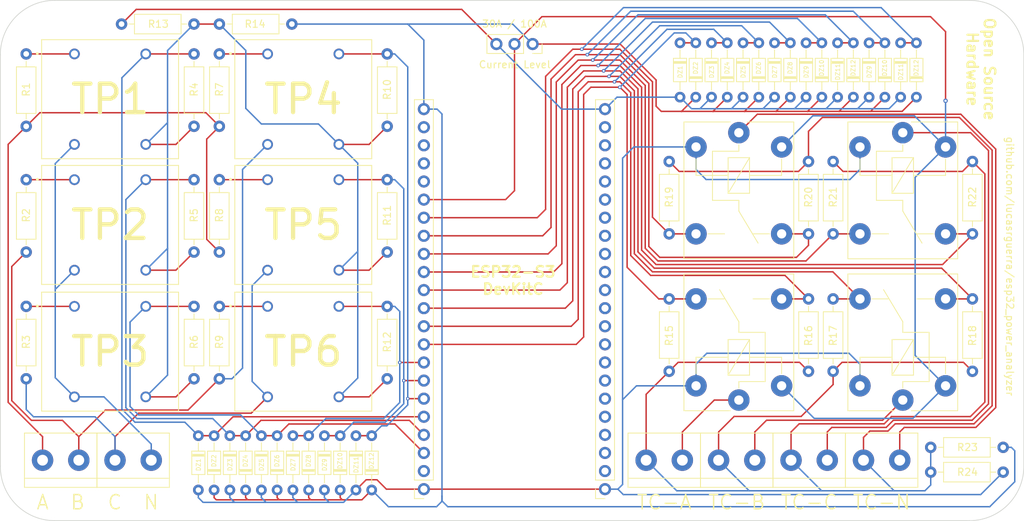
<source format=kicad_pcb>
(kicad_pcb (version 20221018) (generator pcbnew)
  (layers (0 "F.Cu" signal) (31 "B.Cu" signal) (34 "B.Paste" user) (35 "F.Paste" user) (36 "B.SilkS" user "B.Silkscreen") (37 "F.SilkS" user "F.Silkscreen") (38 "B.Mask" user) (39 "F.Mask" user) (44 "Edge.Cuts" user))
  (net 0 "")
  (net 1 "Line_AC_Wave")
  (net 2 "GND")
  (net 3 "VCC")
  (net 4 "Line_BC_Wave")
  (net 5 "Line_AB_Wave")
  (net 6 "Line_C_Wave")
  (net 7 "Line_B_Wave")
  (net 8 "Line_A_Wave")
  (net 9 "Current_A_30A")
  (net 10 "Current_A_100A")
  (net 11 "Current_B_30A")
  (net 12 "Current_B_100A")
  (net 13 "Current_N_300A")
  (net 14 "Current_N_90A")
  (net 15 "Current_C_30A")
  (net 16 "Current_C_100A")
  (net 17 "Line_B")
  (net 18 "Line_A")
  (net 19 "Neutral")
  (net 20 "Line_C")
  (net 21 "Current_A")
  (net 22 "V_Ref_Current")
  (net 23 "Current_B")
  (net 24 "Current_C")
  (net 25 "Current_N")
  (net 26 "Select_Current")
  (net 27 "Line_A_Load")
  (net 28 "Line_B_Load")
  (net 29 "Line_C_Load")
  (net 30 "Line_AB_Load")
  (net 31 "Line_BC_Load")
  (net 32 "Line_AC_Load")
  (net 33 "V_Ref_Voltage")
  (footprint "Resistor_THT:R_Axial_DIN0207_L6.3mm_D2.5mm_P10.16mm_Horizontal" (layer "F.Cu") (at 138.232 81.272 -90)
    (fp_text reference "R15")
    (fp_text value "R_Axial_DIN0207_L6.3mm_D2.5mm_P10.16mm_Horizontal" hide)
  )
  (footprint "Diode_THT:D_DO-34_SOD68_P7.62mm_Horizontal" (layer "F.Cu") (at 85.471001 100.472401 -90)
    (fp_text reference "DZ7")
    (fp_text value "3.3v" hide)
  )
  (footprint "Diode_THT:D_DO-34_SOD68_P7.62mm_Horizontal" (layer "F.Cu") (at 148.59 45.334 -90)
    (fp_text reference "DZ5")
    (fp_text value "3.3v" hide)
  )
  (footprint "Diode_THT:D_DO-34_SOD68_P7.62mm_Horizontal" (layer "F.Cu") (at 81.051401 100.472401 -90)
    (fp_text reference "DZ5")
    (fp_text value "3.3v" hide)
  )
  (footprint "Resistor_THT:R_Axial_DIN0207_L6.3mm_D2.5mm_P10.16mm_Horizontal" (layer "F.Cu") (at 174.9044 102.108)
    (fp_text reference "R23")
    (fp_text value "R_Axial_DIN0207_L6.3mm_D2.5mm_P10.16mm_Horizontal" hide)
  )
  (footprint "Diode_THT:D_DO-34_SOD68_P7.62mm_Horizontal" (layer "F.Cu") (at 72.212201 100.472401 -90)
    (fp_text reference "DZ1")
    (fp_text value "3.3v" hide)
  )
  (footprint "TerminalBlock:TerminalBlock_bornier-2_P5.08mm" (layer "F.Cu") (at 50.3682 103.9114)
    (fp_text reference "ST1" hide)
    (fp_text value "WJ127-5.0-2P" hide)
  )
  (footprint "Resistor_THT:R_Axial_DIN0207_L6.3mm_D2.5mm_P10.16mm_Horizontal" (layer "F.Cu") (at 161.219 72.144 90)
    (fp_text reference "R21")
    (fp_text value "R_Axial_DIN0207_L6.3mm_D2.5mm_P10.16mm_Horizontal" hide)
  )
  (footprint "Resistor_THT:R_Axial_DIN0207_L6.3mm_D2.5mm_P10.16mm_Horizontal" (layer "F.Cu") (at 161.219 81.272 -90)
    (fp_text reference "R17")
    (fp_text value "R_Axial_DIN0207_L6.3mm_D2.5mm_P10.16mm_Horizontal" hide)
  )
  (footprint "Diode_THT:D_DO-34_SOD68_P7.62mm_Horizontal" (layer "F.Cu") (at 157.4292 45.334 -90)
    (fp_text reference "DZ9")
    (fp_text value "3.3v" hide)
  )
  (footprint "Diode_THT:D_DO-34_SOD68_P7.62mm_Horizontal" (layer "F.Cu") (at 150.7998 52.954 90)
    (fp_text reference "DZ6")
    (fp_text value "3.3v" hide)
  )
  (footprint "SnapEDA Library:XFMR_ZMPT101B" (layer "F.Cu") (at 86.923401 53.238401)
    (fp_text reference "TP4")
    (fp_text value "ZMPT101B" hide)
  )
  (footprint "Diode_THT:D_DO-34_SOD68_P7.62mm_Horizontal" (layer "F.Cu") (at 92.100401 108.092401 90)
    (fp_text reference "DZ10")
    (fp_text value "3.3v" hide)
  )
  (footprint "Diode_THT:D_DO-34_SOD68_P7.62mm_Horizontal" (layer "F.Cu") (at 146.3802 52.954 90)
    (fp_text reference "DZ4")
    (fp_text value "3.3v" hide)
  )
  (footprint "Relay_THT:Relay_SPDT_Finder_36.11" (layer "F.Cu") (at 148.0002 95.472 90)
    (fp_text reference "K1" hide)
    (fp_text value "FINDER-36.11" hide)
  )
  (footprint "TerminalBlock:TerminalBlock_bornier-2_P5.08mm" (layer "F.Cu") (at 155.321 103.9114)
    (fp_text reference "ST1" hide)
    (fp_text value "WJ127-5.0-2P" hide)
  )
  (footprint "Diode_THT:D_DO-34_SOD68_P7.62mm_Horizontal" (layer "F.Cu") (at 78.841601 108.092401 90)
    (fp_text reference "DZ4")
    (fp_text value "3.3v" hide)
  )
  (footprint "Resistor_THT:R_Axial_DIN0207_L6.3mm_D2.5mm_P10.16mm_Horizontal" (layer "F.Cu") (at 180.7554 81.272 -90)
    (fp_text reference "R18")
    (fp_text value "R_Axial_DIN0207_L6.3mm_D2.5mm_P10.16mm_Horizontal" hide)
  )
  (footprint "Resistor_THT:R_Axial_DIN0207_L6.3mm_D2.5mm_P10.16mm_Horizontal" (layer "F.Cu") (at 157.7684 81.272 -90)
    (fp_text reference "R16")
    (fp_text value "R_Axial_DIN0207_L6.3mm_D2.5mm_P10.16mm_Horizontal" hide)
  )
  (footprint "SnapEDA Library:XFMR_ZMPT101B" (layer "F.Cu") (at 86.923401 88.671401)
    (fp_text reference "TP6")
    (fp_text value "ZMPT101B" hide)
  )
  (footprint "Diode_THT:D_DO-34_SOD68_P7.62mm_Horizontal" (layer "F.Cu") (at 166.2684 45.334 -90)
    (fp_text reference "DZ9")
    (fp_text value "3.3v" hide)
  )
  (footprint "Resistor_THT:R_Axial_DIN0207_L6.3mm_D2.5mm_P10.16mm_Horizontal" (layer "F.Cu") (at 75.158601 57.048401 90)
    (fp_text reference "R7")
    (fp_text value "R_Axial_DIN0207_L6.3mm_D2.5mm_P10.16mm_Horizontal" hide)
  )
  (footprint "Resistor_THT:R_Axial_DIN0207_L6.3mm_D2.5mm_P10.16mm_Horizontal" (layer "F.Cu") (at 71.607201 92.481401 90)
    (fp_text reference "R6")
    (fp_text value "R_Axial_DIN0207_L6.3mm_D2.5mm_P10.16mm_Horizontal" hide)
  )
  (footprint "Diode_THT:D_DO-34_SOD68_P7.62mm_Horizontal" (layer "F.Cu") (at 74.422001 108.092401 90)
    (fp_text reference "DZ2")
    (fp_text value "3.3v" hide)
  )
  (footprint "Diode_THT:D_DO-34_SOD68_P7.62mm_Horizontal" (layer "F.Cu") (at 155.2194 52.954 90)
    (fp_text reference "DZ8")
    (fp_text value "3.3v" hide)
  )
  (footprint "Resistor_THT:R_Axial_DIN0207_L6.3mm_D2.5mm_P10.16mm_Horizontal" (layer "F.Cu") (at 157.7684 72.144 90)
    (fp_text reference "R20")
    (fp_text value "R_Axial_DIN0207_L6.3mm_D2.5mm_P10.16mm_Horizontal" hide)
  )
  (footprint "Diode_THT:D_DO-34_SOD68_P7.62mm_Horizontal" (layer "F.Cu") (at 170.688 45.334 -90)
    (fp_text reference "DZ11")
    (fp_text value "3.3v" hide)
  )
  (footprint "Resistor_THT:R_Axial_DIN0207_L6.3mm_D2.5mm_P10.16mm_Horizontal" (layer "F.Cu") (at 180.7554 72.144 90)
    (fp_text reference "R22")
    (fp_text value "R_Axial_DIN0207_L6.3mm_D2.5mm_P10.16mm_Horizontal" hide)
  )
  (footprint "Diode_THT:D_DO-34_SOD68_P7.62mm_Horizontal" (layer "F.Cu") (at 87.680801 108.092401 90)
    (fp_text reference "DZ8")
    (fp_text value "3.3v" hide)
  )
  (footprint "Resistor_THT:R_Axial_DIN0207_L6.3mm_D2.5mm_P10.16mm_Horizontal" (layer "F.Cu") (at 98.691601 57.048401 90)
    (fp_text reference "R10")
    (fp_text value "R_Axial_DIN0207_L6.3mm_D2.5mm_P10.16mm_Horizontal" hide)
  )
  (footprint "Diode_THT:D_DO-34_SOD68_P7.62mm_Horizontal" (layer "F.Cu") (at 141.9606 52.954 90)
    (fp_text reference "DZ2")
    (fp_text value "3.3v" hide)
  )
  (footprint "TerminalBlock:TerminalBlock_bornier-2_P5.08mm" (layer "F.Cu") (at 165.481 103.9114)
    (fp_text reference "ST1" hide)
    (fp_text value "WJ127-5.0-2P" hide)
  )
  (footprint "Resistor_THT:R_Axial_DIN0207_L6.3mm_D2.5mm_P10.16mm_Horizontal" (layer "F.Cu") (at 48.074201 74.701401 90)
    (fp_text reference "R2")
    (fp_text value "R_Axial_DIN0207_L6.3mm_D2.5mm_P10.16mm_Horizontal" hide)
  )
  (footprint "Connector_PinSocket_2.54mm:PinSocket_1x22_P2.54mm_Vertical" (layer "F.Cu") (at 129.235201 107.975401 180)
    (fp_text reference "ESP32-S3_BACK1" hide)
    (fp_text value "Conn_01x22_Socket" hide)
  )
  (footprint "Diode_THT:D_DO-34_SOD68_P7.62mm_Horizontal" (layer "F.Cu") (at 172.8978 52.954 90)
    (fp_text reference "DZ12")
    (fp_text value "3.3v" hide)
  )
  (footprint "Resistor_THT:R_Axial_DIN0207_L6.3mm_D2.5mm_P10.16mm_Horizontal" (layer "F.Cu") (at 85.324201 42.697401 180)
    (fp_text reference "R14")
    (fp_text value "R_Axial_DIN0207_L6.3mm_D2.5mm_P10.16mm_Horizontal" hide)
  )
  (footprint "Resistor_THT:R_Axial_DIN0207_L6.3mm_D2.5mm_P10.16mm_Horizontal" (layer "F.Cu") (at 138.232 72.144 90)
    (fp_text reference "R19")
    (fp_text value "R_Axial_DIN0207_L6.3mm_D2.5mm_P10.16mm_Horizontal" hide)
  )
  (footprint "Diode_THT:D_DO-34_SOD68_P7.62mm_Horizontal" (layer "F.Cu") (at 139.7508 45.334 -90)
    (fp_text reference "DZ1")
    (fp_text value "3.3v" hide)
  )
  (footprint "SnapEDA Library:XFMR_ZMPT101B" (layer "F.Cu") (at 59.839001 70.891401)
    (fp_text reference "TP2")
    (fp_text value "ZMPT101B" hide)
  )
  (footprint "TerminalBlock:TerminalBlock_bornier-2_P5.08mm" (layer "F.Cu") (at 135.001 103.9114)
    (fp_text reference "ST1" hide)
    (fp_text value "WJ127-5.0-2P" hide)
  )
  (footprint "Relay_THT:Relay_SPDT_Finder_36.11" (layer "F.Cu") (at 170.9872 95.472 90)
    (fp_text reference "K1" hide)
    (fp_text value "FINDER-36.11" hide)
  )
  (footprint "Resistor_THT:R_Axial_DIN0207_L6.3mm_D2.5mm_P10.16mm_Horizontal" (layer "F.Cu") (at 75.158601 92.481401 90)
    (fp_text reference "R9")
    (fp_text value "R_Axial_DIN0207_L6.3mm_D2.5mm_P10.16mm_Horizontal" hide)
  )
  (footprint "Resistor_THT:R_Axial_DIN0207_L6.3mm_D2.5mm_P10.16mm_Horizontal" (layer "F.Cu") (at 174.9044 105.5878)
    (fp_text reference "R24")
    (fp_text value "R_Axial_DIN0207_L6.3mm_D2.5mm_P10.16mm_Horizontal" hide)
  )
  (footprint "Resistor_THT:R_Axial_DIN0207_L6.3mm_D2.5mm_P10.16mm_Horizontal" (layer "F.Cu") (at 75.158601 74.701401 90)
    (fp_text reference "R8")
    (fp_text value "R_Axial_DIN0207_L6.3mm_D2.5mm_P10.16mm_Horizontal" hide)
  )
  (footprint "Resistor_THT:R_Axial_DIN0207_L6.3mm_D2.5mm_P10.16mm_Horizontal" (layer "F.Cu") (at 98.691601 92.481401 90)
    (fp_text reference "R12")
    (fp_text value "R_Axial_DIN0207_L6.3mm_D2.5mm_P10.16mm_Horizontal" hide)
  )
  (footprint "Diode_THT:D_DO-34_SOD68_P7.62mm_Horizontal" (layer "F.Cu") (at 168.4782 52.954 90)
    (fp_text reference "DZ10")
    (fp_text value "3.3v" hide)
  )
  (footprint "Diode_THT:D_DO-34_SOD68_P7.62mm_Horizontal" (layer "F.Cu") (at 94.310201 100.472401 -90)
    (fp_text reference "DZ11")
    (fp_text value "3.3v" hide)
  )
  (footprint "Diode_THT:D_DO-34_SOD68_P7.62mm_Horizontal" (layer "F.Cu") (at 164.0586 52.954 90)
    (fp_text reference "DZ12")
    (fp_text value "3.3v" hide)
  )
  (footprint "Resistor_THT:R_Axial_DIN0207_L6.3mm_D2.5mm_P10.16mm_Horizontal" (layer "F.Cu") (at 61.443201 42.697401)
    (fp_text reference "R13")
    (fp_text value "R_Axial_DIN0207_L6.3mm_D2.5mm_P10.16mm_Horizontal" hide)
  )
  (footprint "Resistor_THT:R_Axial_DIN0207_L6.3mm_D2.5mm_P10.16mm_Horizontal" (layer "F.Cu") (at 98.691601 74.701401 90)
    (fp_text reference "R11")
    (fp_text value "R_Axial_DIN0207_L6.3mm_D2.5mm_P10.16mm_Horizontal" hide)
  )
  (footprint "Diode_THT:D_DO-34_SOD68_P7.62mm_Horizontal" (layer "F.Cu") (at 144.1704 45.334 -90)
    (fp_text reference "DZ3")
    (fp_text value "3.3v" hide)
  )
  (footprint "Diode_THT:D_DO-34_SOD68_P7.62mm_Horizontal" (layer "F.Cu") (at 153.0096 45.334 -90)
    (fp_text reference "DZ7")
    (fp_text value "3.3v" hide)
  )
  (footprint "Diode_THT:D_DO-34_SOD68_P7.62mm_Horizontal" (layer "F.Cu") (at 83.261201 108.092401 90)
    (fp_text reference "DZ6")
    (fp_text value "3.3v" hide)
  )
  (footprint "Diode_THT:D_DO-34_SOD68_P7.62mm_Horizontal" (layer "F.Cu") (at 161.8488 45.334 -90)
    (fp_text reference "DZ11")
    (fp_text value "3.3v" hide)
  )
  (footprint "Diode_THT:D_DO-34_SOD68_P7.62mm_Horizontal" (layer "F.Cu") (at 159.639 52.954 90)
    (fp_text reference "DZ10")
    (fp_text value "3.3v" hide)
  )
  (footprint "Relay_THT:Relay_SPDT_Finder_36.11" (layer "F.Cu") (at 170.9872 57.944 -90)
    (fp_text reference "K1" hide)
    (fp_text value "FINDER-36.11" hide)
  )
  (footprint "Diode_THT:D_DO-34_SOD68_P7.62mm_Horizontal" (layer "F.Cu") (at 76.631801 100.472401 -90)
    (fp_text reference "DZ3")
    (fp_text value "3.3v" hide)
  )
  (footprint "TerminalBlock:TerminalBlock_bornier-2_P5.08mm" (layer "F.Cu") (at 60.5282 103.9114)
    (fp_text reference "ST2" hide)
    (fp_text value "WJ127-5.0-2P" hide)
  )
  (footprint "Resistor_THT:R_Axial_DIN0207_L6.3mm_D2.5mm_P10.16mm_Horizontal" (layer "F.Cu") (at 48.074201 92.481401 90)
    (fp_text reference "R3")
    (fp_text value "R_Axial_DIN0207_L6.3mm_D2.5mm_P10.16mm_Horizontal" hide)
  )
  (footprint "TerminalBlock:TerminalBlock_bornier-2_P5.08mm" (layer "F.Cu") (at 145.161 103.9114)
    (fp_text reference "ST1" hide)
    (fp_text value "WJ127-5.0-2P" hide)
  )
  (footprint "Diode_THT:D_DO-34_SOD68_P7.62mm_Horizontal" (layer "F.Cu") (at 89.890601 100.472401 -90)
    (fp_text reference "DZ9")
    (fp_text value "3.3v" hide)
  )
  (footprint "Connector_PinSocket_2.54mm:PinSocket_1x03_P2.54mm_Vertical" (layer "F.Cu") (at 119.085 45.5 -90)
    (fp_text reference "SW1" hide)
    (fp_text value "TerminalBlock_bornier-2_P5.08mm" hide)
  )
  (footprint "Relay_THT:Relay_SPDT_Finder_36.11" (layer "F.Cu") (at 148.0002 57.944 -90)
    (fp_text reference "K1" hide)
    (fp_text value "FINDER-36.11" hide)
  )
  (footprint "Resistor_THT:R_Axial_DIN0207_L6.3mm_D2.5mm_P10.16mm_Horizontal" (layer "F.Cu") (at 48.074201 57.051401 90)
    (fp_text reference "R1")
    (fp_text value "R_Axial_DIN0207_L6.3mm_D2.5mm_P10.16mm_Horizontal" hide)
  )
  (footprint "Resistor_THT:R_Axial_DIN0207_L6.3mm_D2.5mm_P10.16mm_Horizontal" (layer "F.Cu") (at 71.607201 74.701401 90)
    (fp_text reference "R5")
    (fp_text value "R_Axial_DIN0207_L6.3mm_D2.5mm_P10.16mm_Horizontal" hide)
  )
  (footprint "Resistor_THT:R_Axial_DIN0207_L6.3mm_D2.5mm_P10.16mm_Horizontal" (layer "F.Cu") (at 71.607201 57.048401 90)
    (fp_text reference "R4")
    (fp_text value "R_Axial_DIN0207_L6.3mm_D2.5mm_P10.16mm_Horizontal" hide)
  )
  (footprint "SnapEDA Library:XFMR_ZMPT101B" (layer "F.Cu") (at 59.839001 88.671401)
    (fp_text reference "TP3")
    (fp_text value "ZMPT101B" hide)
  )
  (footprint "SnapEDA Library:XFMR_ZMPT101B" (layer "F.Cu") (at 86.923401 70.891401)
    (fp_text reference "TP5")
    (fp_text value "ZMPT101B" hide)
  )
  (footprint "Connector_PinSocket_2.54mm:PinSocket_1x22_P2.54mm_Vertical" (layer "F.Cu") (at 103.835201 107.975401 180)
    (fp_text reference "ESP32-S3_FRONT1" hide)
    (fp_text value "Conn_01x22_Socket" hide)
  )
  (footprint "SnapEDA Library:XFMR_ZMPT101B" (layer "F.Cu") (at 59.839001 53.238401)
    (fp_text reference "TP1")
    (fp_text value "ZMPT101B" hide)
  )
  (footprint "Diode_THT:D_DO-34_SOD68_P7.62mm_Horizontal" (layer "F.Cu") (at 96.520001 108.092401 90)
    (fp_text reference "DZ12")
    (fp_text value "3.3v" hide)
  )
  (gr_arc (start 187.959999 104.774999) (mid 185.728153 110.163153) (end 180.339999 112.394999) (stroke (width 0.1)) (layer "Edge.Cuts"))
  (gr_arc (start 180.34 39.370002) (mid 185.728153 41.601848) (end 187.96 46.990002) (stroke (width 0.1)) (layer "Edge.Cuts"))
  (gr_line (start 180.34 39.370002) (end 52.070001 39.37) (stroke (width 0.1)) (layer "Edge.Cuts"))
  (gr_line (start 187.96 46.990002) (end 187.959999 104.774999) (stroke (width 0.1)) (layer "Edge.Cuts"))
  (gr_line (start 44.450001 46.990001) (end 44.450002 104.774998) (stroke (width 0.1)) (layer "Edge.Cuts"))
  (gr_arc (start 52.070001 112.394998) (mid 46.681847 110.163152) (end 44.450002 104.774998) (stroke (width 0.1)) (layer "Edge.Cuts"))
  (gr_line (start 180.339999 112.394999) (end 52.070001 112.394998) (stroke (width 0.1)) (layer "Edge.Cuts"))
  (gr_arc (start 44.450001 46.990001) (mid 46.681847 41.601847) (end 52.070001 39.370001) (stroke (width 0.1)) (layer "Edge.Cuts"))
  (gr_text "github.com/lucasrguerra/esp32_power_analyzer" (at 185.42 76.708 270) (layer "F.SilkS") (effects (font (size 1 1)) (justify bottom)))
  (gr_text "ESP32-S3\nDevKitC" (at 116.332 80.772) (layer "F.SilkS") (effects (font (size 1.5 1.5) (thickness 0.3) bold) (justify bottom)))
  (gr_text "Open Source\nHardware" (at 179.8574 49.022 270) (layer "F.SilkS") (effects (font (size 1.5 1.5) (thickness 0.3) bold) (justify bottom)))
  (segment (start 89.890601 100.472401) (end 92.100401 100.472401) (width 0.2) (layer "F.Cu") (net 1))
  (segment (start 101.015801 92.735401) (end 103.835201 92.735401) (width 0.2) (layer "F.Cu") (net 1))
  (segment (start 91.923401 64.541401) (end 98.691601 64.541401) (width 0.2) (layer "F.Cu") (net 1))
  (via (at 101.015801 92.735401) (size 0.5) (drill 0.25) (layers "F.Cu" "B.Cu") (net 1))
  (segment (start 99.745801 64.541401) (end 101.015801 65.811401) (width 0.2) (layer "B.Cu") (net 1))
  (segment (start 101.015801 95.986601) (end 98.425001 98.577401) (width 0.2) (layer "B.Cu") (net 1))
  (segment (start 93.995401 98.577401) (end 92.100401 100.472401) (width 0.2) (layer "B.Cu") (net 1))
  (segment (start 98.691601 64.541401) (end 99.745801 64.541401) (width 0.2) (layer "B.Cu") (net 1))
  (segment (start 98.425001 98.577401) (end 93.995401 98.577401) (width 0.2) (layer "B.Cu") (net 1))
  (segment (start 101.015801 65.811401) (end 101.015801 95.986601) (width 0.2) (layer "B.Cu") (net 1))
  (segment (start 94.310201 108.092401) (end 95.748001 106.654601) (width 0.2) (layer "F.Cu") (net 2))
  (segment (start 103.835201 107.975401) (end 129.235201 107.975401) (width 0.2) (layer "F.Cu") (net 2))
  (segment (start 109.145 40.64) (end 114.005 45.5) (width 0.2) (layer "F.Cu") (net 2))
  (segment (start 98.577401 107.975401) (end 103.835201 107.975401) (width 0.2) (layer "F.Cu") (net 2))
  (segment (start 61.443201 42.697401) (end 63.500602 40.64) (width 0.2) (layer "F.Cu") (net 2))
  (segment (start 63.500602 40.64) (end 109.145 40.64) (width 0.2) (layer "F.Cu") (net 2))
  (segment (start 97.256601 106.654601) (end 98.577401 107.975401) (width 0.2) (layer "F.Cu") (net 2))
  (segment (start 95.748001 106.654601) (end 97.256601 106.654601) (width 0.2) (layer "F.Cu") (net 2))
  (segment (start 72.212201 109.169201) (end 72.872601 109.829601) (width 0.2) (layer "B.Cu") (net 2))
  (segment (start 160.2232 54.5796) (end 160.2232 54.5846) (width 0.2) (layer "B.Cu") (net 2))
  (segment (start 86.131401 109.829601) (end 90.551001 109.829601) (width 0.2) (layer "B.Cu") (net 2))
  (segment (start 148.59 52.954) (end 146.9644 54.5796) (width 0.2) (layer "B.Cu") (net 2))
  (segment (start 131.699 95.423) (end 131.699 61.5188) (width 0.2) (layer "B.Cu") (net 2))
  (segment (start 144.1704 52.954) (end 142.5448 54.5796) (width 0.2) (layer "B.Cu") (net 2))
  (segment (start 169.0574 54.5846) (end 170.688 52.954) (width 0.2) (layer "B.Cu") (net 2))
  (segment (start 155.8036 54.5846) (end 160.2232 54.5846) (width 0.2) (layer "B.Cu") (net 2))
  (segment (start 131.699 61.5188) (end 133.2738 59.944) (width 0.2) (layer "B.Cu") (net 2))
  (segment (start 181.9148 108.7374) (end 185.0644 105.5878) (width 0.2) (layer "B.Cu") (net 2))
  (segment (start 143.4084 64.516) (end 163.576 64.516) (width 0.2) (layer "B.Cu") (net 2))
  (segment (start 89.890601 109.169201) (end 90.551001 109.829601) (width 0.2) (layer "B.Cu") (net 2))
  (segment (start 76.631801 108.092401) (end 76.631801 109.169201) (width 0.2) (layer "B.Cu") (net 2))
  (segment (start 90.551001 109.829601) (end 92.573001 109.829601) (width 0.2) (layer "B.Cu") (net 2))
  (segment (start 81.711801 109.829601) (end 86.131401 109.829601) (width 0.2) (layer "B.Cu") (net 2))
  (segment (start 166.2684 52.954) (end 164.6378 54.5846) (width 0.2) (layer "B.Cu") (net 2))
  (segment (start 151.384 54.5846) (end 155.8036 54.5846) (width 0.2) (layer "B.Cu") (net 2))
  (segment (start 139.7508 52.954) (end 141.3814 54.5846) (width 0.2) (layer "B.Cu") (net 2))
  (segment (start 131.699 107.315) (end 131.699 95.423) (width 0.2) (layer "B.Cu") (net 2))
  (segment (start 85.471001 109.169201) (end 86.131401 109.829601) (width 0.2) (layer "B.Cu") (net 2))
  (segment (start 163.576 64.516) (end 164.9872 63.1048) (width 0.2) (layer "B.Cu") (net 2))
  (segment (start 131.800598 108.7374) (end 181.9148 108.7374) (width 0.2) (layer "B.Cu") (net 2))
  (segment (start 76.987401 109.829601) (end 81.711801 109.829601) (width 0.2) (layer "B.Cu") (net 2))
  (segment (start 164.9872 63.1048) (end 164.9872 59.944) (width 0.2) (layer "B.Cu") (net 2))
  (segment (start 72.872601 109.829601) (end 76.987401 109.829601) (width 0.2) (layer "B.Cu") (net 2))
  (segment (start 81.051401 108.092401) (end 81.051401 109.169201) (width 0.2) (layer "B.Cu") (net 2))
  (segment (start 133.65 93.472) (end 142.0002 93.472) (width 0.2) (layer "B.Cu") (net 2))
  (segment (start 157.4292 52.954) (end 155.8036 54.5796) (width 0.2) (layer "B.Cu") (net 2))
  (segment (start 142.5448 54.5846) (end 146.9644 54.5846) (width 0.2) (layer "B.Cu") (net 2))
  (segment (start 131.699 95.423) (end 133.65 93.472) (width 0.2) (layer "B.Cu") (net 2))
  (segment (start 142.0002 90.4098) (end 143.51 88.9) (width 0.2) (layer "B.Cu") (net 2))
  (segment (start 143.51 88.9) (end 163.449 88.9) (width 0.2) (layer "B.Cu") (net 2))
  (segment (start 85.471001 108.092401) (end 85.471001 109.169201) (width 0.2) (layer "B.Cu") (net 2))
  (segment (start 142.5448 54.5796) (end 142.5448 54.5846) (width 0.2) (layer "B.Cu") (net 2))
  (segment (start 129.235201 107.975401) (end 131.038599 107.975401) (width 0.2) (layer "B.Cu") (net 2))
  (segment (start 72.212201 108.092401) (end 72.212201 109.169201) (width 0.2) (layer "B.Cu") (net 2))
  (segment (start 89.890601 108.092401) (end 89.890601 109.169201) (width 0.2) (layer "B.Cu") (net 2))
  (segment (start 133.2738 59.944) (end 142.0002 59.944) (width 0.2) (layer "B.Cu") (net 2))
  (segment (start 153.0096 52.954) (end 151.384 54.5796) (width 0.2) (layer "B.Cu") (net 2))
  (segment (start 130.911602 52.959) (end 139.7458 52.959) (width 0.2) (layer "B.Cu") (net 2))
  (segment (start 142.0002 93.472) (end 142.0002 90.4098) (width 0.2) (layer "B.Cu") (net 2))
  (segment (start 146.9644 54.5846) (end 151.384 54.5846) (width 0.2) (layer "B.Cu") (net 2))
  (segment (start 131.038599 107.975401) (end 131.699 107.315) (width 0.2) (layer "B.Cu") (net 2))
  (segment (start 141.3814 54.5846) (end 142.5448 54.5846) (width 0.2) (layer "B.Cu") (net 2))
  (segment (start 151.384 54.5796) (end 151.384 54.5846) (width 0.2) (layer "B.Cu") (net 2))
  (segment (start 92.573001 109.829601) (end 94.310201 108.092401) (width 0.2) (layer "B.Cu") (net 2))
  (segment (start 160.2232 54.5846) (end 169.0574 54.5846) (width 0.2) (layer "B.Cu") (net 2))
  (segment (start 129.235201 54.635401) (end 130.911602 52.959) (width 0.2) (layer "B.Cu") (net 2))
  (segment (start 164.9872 90.4382) (end 164.9872 93.472) (width 0.2) (layer "B.Cu") (net 2))
  (segment (start 76.631801 109.169201) (end 77.292201 109.829601) (width 0.2) (layer "B.Cu") (net 2))
  (segment (start 155.8036 54.5796) (end 155.8036 54.5846) (width 0.2) (layer "B.Cu") (net 2))
  (segment (start 142.0002 59.944) (end 142.0002 63.1078) (width 0.2) (layer "B.Cu") (net 2))
  (segment (start 163.449 88.9) (end 164.9872 90.4382) (width 0.2) (layer "B.Cu") (net 2))
  (segment (start 131.038599 107.975401) (end 131.800598 108.7374) (width 0.2) (layer "B.Cu") (net 2))
  (segment (start 146.9644 54.5796) (end 146.9644 54.5846) (width 0.2) (layer "B.Cu") (net 2))
  (segment (start 114.005 45.5) (end 123.140401 54.635401) (width 0.2) (layer "B.Cu") (net 2))
  (segment (start 123.140401 54.635401) (end 129.235201 54.635401) (width 0.2) (layer "B.Cu") (net 2))
  (segment (start 142.0002 63.1078) (end 143.4084 64.516) (width 0.2) (layer "B.Cu") (net 2))
  (segment (start 161.8488 52.954) (end 160.2232 54.5796) (width 0.2) (layer "B.Cu") (net 2))
  (segment (start 81.051401 109.169201) (end 81.711801 109.829601) (width 0.2) (layer "B.Cu") (net 2))
  (segment (start 139.7458 52.959) (end 139.7508 52.954) (width 0.2) (layer "B.Cu") (net 2))
  (segment (start 119.085 45.5) (end 131.352 45.5) (width 0.2) (layer "F.Cu") (net 3))
  (segment (start 95.138401 109.474001) (end 96.520001 108.092401) (width 0.2) (layer "F.Cu") (net 3))
  (segment (start 168.4782 52.954) (end 166.4792 54.953) (width 0.2) (layer "F.Cu") (net 3))
  (segment (start 172.8978 52.954) (end 170.8988 54.953) (width 0.2) (layer "F.Cu") (net 3))
  (segment (start 150.7998 52.954) (end 148.8008 54.953) (width 0.2) (layer "F.Cu") (net 3))
  (segment (start 78.841601 108.092401) (end 78.841601 109.169201) (width 0.2) (layer "F.Cu") (net 3))
  (segment (start 83.566001 109.474001) (end 87.985601 109.474001) (width 0.2) (layer "F.Cu") (net 3))
  (segment (start 153.2204 54.953) (end 153.2128 54.953) (width 0.2) (layer "F.Cu") (net 3))
  (segment (start 162.0596 54.953) (end 162.052 54.953) (width 0.2) (layer "F.Cu") (net 3))
  (segment (start 146.3802 52.954) (end 144.3812 54.953) (width 0.2) (layer "F.Cu") (net 3))
  (segment (start 144.3736 54.953) (end 139.954 54.953) (width 0.2) (layer "F.Cu") (net 3))
  (segment (start 92.405201 109.474001) (end 95.138401 109.474001) (width 0.2) (layer "F.Cu") (net 3))
  (segment (start 159.639 52.954) (end 157.64 54.953) (width 0.2) (layer "F.Cu") (net 3))
  (segment (start 137.122 54.953) (end 139.954 54.953) (width 0.2) (layer "F.Cu") (net 3))
  (segment (start 136.398 50.546) (end 136.398 54.229) (width 0.2) (layer "F.Cu") (net 3))
  (segment (start 87.680801 109.169201) (end 87.985601 109.474001) (width 0.2) (layer "F.Cu") (net 3))
  (segment (start 87.985601 109.474001) (end 92.405201 109.474001) (width 0.2) (layer "F.Cu") (net 3))
  (segment (start 79.146401 109.474001) (end 83.566001 109.474001) (width 0.2) (layer "F.Cu") (net 3))
  (segment (start 87.680801 108.092401) (end 87.680801 109.169201) (width 0.2) (layer "F.Cu") (net 3))
  (segment (start 74.422001 109.169201) (end 74.726801 109.474001) (width 0.2) (layer "F.Cu") (net 3))
  (segment (start 155.2194 52.954) (end 153.2204 54.953) (width 0.2) (layer "F.Cu") (net 3))
  (segment (start 83.261201 108.092401) (end 83.261201 109.169201) (width 0.2) (layer "F.Cu") (net 3))
  (segment (start 157.6324 54.953) (end 153.2128 54.953) (width 0.2) (layer "F.Cu") (net 3))
  (segment (start 92.100401 108.092401) (end 92.100401 109.169201) (width 0.2) (layer "F.Cu") (net 3))
  (segment (start 131.352 45.5) (end 136.398 50.546) (width 0.2) (layer "F.Cu") (net 3))
  (segment (start 74.726801 109.474001) (end 79.146401 109.474001) (width 0.2) (layer "F.Cu") (net 3))
  (segment (start 153.2128 54.953) (end 148.7932 54.953) (width 0.2) (layer "F.Cu") (net 3))
  (segment (start 164.0586 52.954) (end 162.0596 54.953) (width 0.2) (layer "F.Cu") (net 3))
  (segment (start 78.841601 109.169201) (end 79.146401 109.474001) (width 0.2) (layer "F.Cu") (net 3))
  (segment (start 166.2176 54.953) (end 162.052 54.953) (width 0.2) (layer "F.Cu") (net 3))
  (segment (start 136.398 54.229) (end 137.122 54.953) (width 0.2) (layer "F.Cu") (net 3))
  (segment (start 92.100401 109.169201) (end 92.405201 109.474001) (width 0.2) (layer "F.Cu") (net 3))
  (segment (start 148.8008 54.953) (end 148.7932 54.953) (width 0.2) (layer "F.Cu") (net 3))
  (segment (start 144.3812 54.953) (end 144.3736 54.953) (width 0.2) (layer "F.Cu") (net 3))
  (segment (start 148.7932 54.953) (end 144.3736 54.953) (width 0.2) (layer "F.Cu") (net 3))
  (segment (start 157.64 54.953) (end 157.6324 54.953) (width 0.2) (layer "F.Cu") (net 3))
  (segment (start 139.9616 54.953) (end 139.954 54.953) (width 0.2) (layer "F.Cu") (net 3))
  (segment (start 83.261201 109.169201) (end 83.566001 109.474001) (width 0.2) (layer "F.Cu") (net 3))
  (segment (start 170.8988 54.953) (end 166.2176 54.953) (width 0.2) (layer "F.Cu") (net 3))
  (segment (start 162.052 54.953) (end 157.6324 54.953) (width 0.2) (layer "F.Cu") (net 3))
  (segment (start 141.9606 52.954) (end 139.9616 54.953) (width 0.2) (layer "F.Cu") (net 3))
  (segment (start 74.422001 108.092401) (end 74.422001 109.169201) (width 0.2) (layer "F.Cu") (net 3))
  (segment (start 106.375201 108.940601) (end 106.375201 109.677199) (width 0.2) (layer "B.Cu") (net 3))
  (segment (start 98.8668 110.4392) (end 96.520001 108.092401) (width 0.2) (layer "B.Cu") (net 3))
  (segment (start 186.69 106.934) (end 186.69 102.5906) (width 0.2) (layer "B.Cu") (net 3))
  (segment (start 186.2074 102.108) (end 185.0644 102.108) (width 0.2) (layer "B.Cu") (net 3))
  (segment (start 107.188 110.4392) (end 183.1848 110.4392) (width 0.2) (layer "B.Cu") (net 3))
  (segment (start 106.375201 109.626401) (end 107.188 110.4392) (width 0.2) (layer "B.Cu") (net 3))
  (segment (start 106.375201 108.940601) (end 106.375201 109.626401) (width 0.2) (layer "B.Cu") (net 3))
  (segment (start 116.282401 42.697401) (end 101.574602 42.697401) (width 0.2) (layer "B.Cu") (net 3))
  (segment (start 106.375201 55.321201) (end 106.375201 108.940601) (width 0.2) (layer "B.Cu") (net 3))
  (segment (start 101.574602 42.697401) (end 85.324201 42.697401) (width 0.2) (layer "B.Cu") (net 3))
  (segment (start 119.085 45.5) (end 116.282401 42.697401) (width 0.2) (layer "B.Cu") (net 3))
  (segment (start 103.835201 44.958) (end 101.574602 42.697401) (width 0.2) (layer "B.Cu") (net 3))
  (segment (start 106.375201 109.677199) (end 105.6132 110.4392) (width 0.2) (layer "B.Cu") (net 3))
  (segment (start 183.1848 110.4392) (end 186.69 106.934) (width 0.2) (layer "B.Cu") (net 3))
  (segment (start 103.835201 54.635401) (end 103.835201 44.958) (width 0.2) (layer "B.Cu") (net 3))
  (segment (start 103.835201 54.635401) (end 105.689401 54.635401) (width 0.2) (layer "B.Cu") (net 3))
  (segment (start 186.69 102.5906) (end 186.2074 102.108) (width 0.2) (layer "B.Cu") (net 3))
  (segment (start 105.6132 110.4392) (end 98.8668 110.4392) (width 0.2) (layer "B.Cu") (net 3))
  (segment (start 105.689401 54.635401) (end 106.375201 55.321201) (width 0.2) (layer "B.Cu") (net 3))
  (segment (start 91.923401 82.321401) (end 98.691601 82.321401) (width 0.2) (layer "F.Cu") (net 4))
  (segment (start 100.457001 90.195401) (end 103.835201 90.195401) (width 0.2) (layer "F.Cu") (net 4))
  (segment (start 85.471001 100.472401) (end 87.680801 100.472401) (width 0.2) (layer "F.Cu") (net 4))
  (via (at 100.457001 90.195401) (size 0.5) (drill 0.25) (layers "F.Cu" "B.Cu") (net 4))
  (segment (start 100.457001 95.808801) (end 98.196401 98.069401) (width 0.2) (layer "B.Cu") (net 4))
  (segment (start 99.745801 82.321401) (end 100.457001 83.032601) (width 0.2) (layer "B.Cu") (net 4))
  (segment (start 98.691601 82.321401) (end 99.745801 82.321401) (width 0.2) (layer "B.Cu") (net 4))
  (segment (start 90.083801 98.069401) (end 87.680801 100.472401) (width 0.2) (layer "B.Cu") (net 4))
  (segment (start 98.196401 98.069401) (end 90.083801 98.069401) (width 0.2) (layer "B.Cu") (net 4))
  (segment (start 100.457001 83.032601) (end 100.457001 95.808801) (width 0.2) (layer "B.Cu") (net 4))
  (segment (start 94.310201 100.472401) (end 96.520001 100.472401) (width 0.2) (layer "F.Cu") (net 5))
  (segment (start 101.574601 95.275401) (end 103.835201 95.275401) (width 0.2) (layer "F.Cu") (net 5))
  (segment (start 91.923401 46.888401) (end 98.691601 46.888401) (width 0.2) (layer "F.Cu") (net 5))
  (via (at 101.574601 95.275401) (size 0.5) (drill 0.25) (layers "F.Cu" "B.Cu") (net 5))
  (segment (start 96.520001 100.472401) (end 97.907001 99.085401) (width 0.2) (layer "B.Cu") (net 5))
  (segment (start 101.574601 48.717201) (end 99.745801 46.888401) (width 0.2) (layer "B.Cu") (net 5))
  (segment (start 98.641973 99.085401) (end 101.574601 96.152773) (width 0.2) (layer "B.Cu") (net 5))
  (segment (start 97.907001 99.085401) (end 98.641973 99.085401) (width 0.2) (layer "B.Cu") (net 5))
  (segment (start 99.745801 46.888401) (end 98.691601 46.888401) (width 0.2) (layer "B.Cu") (net 5))
  (segment (start 101.574601 96.152773) (end 101.574601 48.717201) (width 0.2) (layer "B.Cu") (net 5))
  (segment (start 64.839001 82.321401) (end 71.607201 82.321401) (width 0.2) (layer "F.Cu") (net 6))
  (segment (start 81.051401 100.472401) (end 83.261201 100.472401) (width 0.2) (layer "F.Cu") (net 6))
  (segment (start 84.902201 98.831401) (end 99.771201 98.831401) (width 0.2) (layer "F.Cu") (net 6))
  (segment (start 83.261201 100.472401) (end 84.902201 98.831401) (width 0.2) (layer "F.Cu") (net 6))
  (segment (start 99.771201 98.831401) (end 103.835201 102.895401) (width 0.2) (layer "F.Cu") (net 6))
  (segment (start 63.830201 97.561401) (end 62.636401 96.367601) (width 0.2) (layer "B.Cu") (net 6))
  (segment (start 78.140401 97.561401) (end 63.830201 97.561401) (width 0.2) (layer "B.Cu") (net 6))
  (segment (start 62.636401 84.524001) (end 64.839001 82.321401) (width 0.2) (layer "B.Cu") (net 6))
  (segment (start 62.636401 96.367601) (end 62.636401 84.524001) (width 0.2) (layer "B.Cu") (net 6))
  (segment (start 81.051401 100.472401) (end 78.140401 97.561401) (width 0.2) (layer "B.Cu") (net 6))
  (segment (start 76.631801 100.472401) (end 78.841601 100.472401) (width 0.2) (layer "F.Cu") (net 7))
  (segment (start 80.990601 98.323401) (end 101.803201 98.323401) (width 0.2) (layer "F.Cu") (net 7))
  (segment (start 101.803201 98.323401) (end 103.835201 100.355401) (width 0.2) (layer "F.Cu") (net 7))
  (segment (start 78.841601 100.472401) (end 80.990601 98.323401) (width 0.2) (layer "F.Cu") (net 7))
  (segment (start 71.607201 64.541401) (end 64.839001 64.541401) (width 0.2) (layer "F.Cu") (net 7))
  (segment (start 62.052201 96.545401) (end 62.052201 67.328201) (width 0.2) (layer "B.Cu") (net 7))
  (segment (start 62.052201 67.328201) (end 64.839001 64.541401) (width 0.2) (layer "B.Cu") (net 7))
  (segment (start 76.631801 100.472401) (end 74.228801 98.069401) (width 0.2) (layer "B.Cu") (net 7))
  (segment (start 74.228801 98.069401) (end 63.576201 98.069401) (width 0.2) (layer "B.Cu") (net 7))
  (segment (start 63.576201 98.069401) (end 62.052201 96.545401) (width 0.2) (layer "B.Cu") (net 7))
  (segment (start 77.079001 97.815401) (end 103.835201 97.815401) (width 0.2) (layer "F.Cu") (net 8))
  (segment (start 72.212201 100.472401) (end 74.422001 100.472401) (width 0.2) (layer "F.Cu") (net 8))
  (segment (start 74.422001 100.472401) (end 77.079001 97.815401) (width 0.2) (layer "F.Cu") (net 8))
  (segment (start 64.839001 46.888401) (end 71.607201 46.888401) (width 0.2) (layer "F.Cu") (net 8))
  (segment (start 61.493401 96.748601) (end 63.322201 98.577401) (width 0.2) (layer "B.Cu") (net 8))
  (segment (start 70.317201 98.577401) (end 72.212201 100.472401) (width 0.2) (layer "B.Cu") (net 8))
  (segment (start 61.493401 50.234001) (end 61.493401 96.748601) (width 0.2) (layer "B.Cu") (net 8))
  (segment (start 64.839001 46.888401) (end 61.493401 50.234001) (width 0.2) (layer "B.Cu") (net 8))
  (segment (start 72.222201 100.482401) (end 72.212201 100.472401) (width 0.2) (layer "B.Cu") (net 8))
  (segment (start 63.322201 98.577401) (end 70.317201 98.577401) (width 0.2) (layer "B.Cu") (net 8))
  (segment (start 154.4744 77.978) (end 135.636 77.978) (width 0.2) (layer "F.Cu") (net 9))
  (segment (start 135.636 77.978) (end 132.842 75.184) (width 0.2) (layer "F.Cu") (net 9))
  (segment (start 126.873 50.8) (end 125.476 52.197) (width 0.2) (layer "F.Cu") (net 9))
  (segment (start 157.7684 81.272) (end 154.4744 77.978) (width 0.2) (layer "F.Cu") (net 9))
  (segment (start 131.318 50.8) (end 126.873 50.8) (width 0.2) (layer "F.Cu") (net 9))
  (segment (start 125.476 84.1375) (end 124.498099 85.115401) (width 0.2) (layer "F.Cu") (net 9))
  (segment (start 125.476 52.197) (end 125.476 84.1375) (width 0.2) (layer "F.Cu") (net 9))
  (segment (start 124.498099 85.115401) (end 103.835201 85.115401) (width 0.2) (layer "F.Cu") (net 9))
  (segment (start 132.842 75.184) (end 132.842 52.324) (width 0.2) (layer "F.Cu") (net 9))
  (segment (start 154.0002 81.272) (end 157.7684 81.272) (width 0.2) (layer "F.Cu") (net 9))
  (segment (start 144.1704 45.334) (end 146.3802 45.334) (width 0.2) (layer "F.Cu") (net 9))
  (segment (start 132.842 52.324) (end 131.318 50.8) (width 0.2) (layer "F.Cu") (net 9))
  (via (at 130.556 50.8) (size 0.5) (drill 0.25) (layers "F.Cu" "B.Cu") (net 9))
  (segment (start 137.922 43.434) (end 144.4802 43.434) (width 0.2) (layer "B.Cu") (net 9))
  (segment (start 144.4802 43.434) (end 146.3802 45.334) (width 0.2) (layer "B.Cu") (net 9))
  (segment (start 130.556 50.8) (end 137.922 43.434) (width 0.2) (layer "B.Cu") (net 9))
  (segment (start 132.334 76.835) (end 136.771 81.272) (width 0.2) (layer "F.Cu") (net 10))
  (segment (start 126.238 52.578) (end 127.254 51.562) (width 0.2) (layer "F.Cu") (net 10))
  (segment (start 136.771 81.272) (end 138.232 81.272) (width 0.2) (layer "F.Cu") (net 10))
  (segment (start 142.0002 81.272) (end 138.232 81.272) (width 0.2) (layer "F.Cu") (net 10))
  (segment (start 125.196599 87.655401) (end 126.238 86.614) (width 0.2) (layer "F.Cu") (net 10))
  (segment (start 127.254 51.562) (end 131.318 51.562) (width 0.2) (layer "F.Cu") (net 10))
  (segment (start 131.318 51.562) (end 132.334 52.578) (width 0.2) (layer "F.Cu") (net 10))
  (segment (start 132.334 52.578) (end 132.334 76.835) (width 0.2) (layer "F.Cu") (net 10))
  (segment (start 139.7508 45.334) (end 141.9606 45.334) (width 0.2) (layer "F.Cu") (net 10))
  (segment (start 103.835201 87.655401) (end 125.196599 87.655401) (width 0.2) (layer "F.Cu") (net 10))
  (segment (start 126.238 86.614) (end 126.238 52.578) (width 0.2) (layer "F.Cu") (net 10))
  (via (at 131.310091 51.569909) (size 0.5) (drill 0.25) (layers "F.Cu" "B.Cu") (net 10))
  (segment (start 140.5686 43.942) (end 141.9606 45.334) (width 0.2) (layer "B.Cu") (net 10))
  (segment (start 138.938 43.942) (end 140.5686 43.942) (width 0.2) (layer "B.Cu") (net 10))
  (segment (start 131.310091 51.569909) (end 138.938 43.942) (width 0.2) (layer "B.Cu") (net 10))
  (segment (start 136.144 76.962) (end 133.858 74.676) (width 0.2) (layer "F.Cu") (net 11))
  (segment (start 123.952 51.562) (end 123.952 78.994) (width 0.2) (layer "F.Cu") (net 11))
  (segment (start 133.858 74.676) (end 133.858 51.787157) (width 0.2) (layer "F.Cu") (net 11))
  (segment (start 153.0096 45.334) (end 155.2194 45.334) (width 0.2) (layer "F.Cu") (net 11))
  (segment (start 133.858 51.787157) (end 131.346843 49.276) (width 0.2) (layer "F.Cu") (net 11))
  (segment (start 176.4454 76.962) (end 136.144 76.962) (width 0.2) (layer "F.Cu") (net 11))
  (segment (start 176.9872 81.272) (end 180.7554 81.272) (width 0.2) (layer "F.Cu") (net 11))
  (segment (start 126.238 49.276) (end 123.952 51.562) (width 0.2) (layer "F.Cu") (net 11))
  (segment (start 180.7554 81.272) (end 176.4454 76.962) (width 0.2) (layer "F.Cu") (net 11))
  (segment (start 131.346843 49.276) (end 126.238 49.276) (width 0.2) (layer "F.Cu") (net 11))
  (segment (start 122.910599 80.035401) (end 103.835201 80.035401) (width 0.2) (layer "F.Cu") (net 11))
  (segment (start 123.952 78.994) (end 122.910599 80.035401) (width 0.2) (layer "F.Cu") (net 11))
  (via (at 129.039909 49.268091) (size 0.5) (drill 0.25) (layers "F.Cu" "B.Cu") (net 11))
  (segment (start 135.89 42.418) (end 152.3034 42.418) (width 0.2) (layer "B.Cu") (net 11))
  (segment (start 152.3034 42.418) (end 155.2194 45.334) (width 0.2) (layer "B.Cu") (net 11))
  (segment (start 129.039909 49.268091) (end 135.89 42.418) (width 0.2) (layer "B.Cu") (net 11))
  (segment (start 124.714 51.816) (end 124.714 81.534) (width 0.2) (layer "F.Cu") (net 12))
  (segment (start 133.35 74.93) (end 133.35 52.07) (width 0.2) (layer "F.Cu") (net 12))
  (segment (start 124.714 81.534) (end 123.672599 82.575401) (width 0.2) (layer "F.Cu") (net 12))
  (segment (start 133.35 52.07) (end 131.318 50.038) (width 0.2) (layer "F.Cu") (net 12))
  (segment (start 148.59 45.334) (end 150.7998 45.334) (width 0.2) (layer "F.Cu") (net 12))
  (segment (start 161.1852 77.47) (end 135.89 77.47) (width 0.2) (layer "F.Cu") (net 12))
  (segment (start 135.89 77.47) (end 133.35 74.93) (width 0.2) (layer "F.Cu") (net 12))
  (segment (start 161.219 81.272) (end 164.9872 81.272) (width 0.2) (layer "F.Cu") (net 12))
  (segment (start 126.492 50.038) (end 124.714 51.816) (width 0.2) (layer "F.Cu") (net 12))
  (segment (start 164.9872 81.272) (end 161.1852 77.47) (width 0.2) (layer "F.Cu") (net 12))
  (segment (start 131.318 50.038) (end 126.492 50.038) (width 0.2) (layer "F.Cu") (net 12))
  (segment (start 123.672599 82.575401) (end 103.835201 82.575401) (width 0.2) (layer "F.Cu") (net 12))
  (via (at 129.794 50.038) (size 0.5) (drill 0.25) (layers "F.Cu" "B.Cu") (net 12))
  (segment (start 136.906 42.926) (end 148.3918 42.926) (width 0.2) (layer "B.Cu") (net 12))
  (segment (start 129.794 50.038) (end 136.906 42.926) (width 0.2) (layer "B.Cu") (net 12))
  (segment (start 148.3918 42.926) (end 150.7998 45.334) (width 0.2) (layer "B.Cu") (net 12))
  (segment (start 166.2684 45.334) (end 168.4782 45.334) (width 0.2) (layer "F.Cu") (net 13))
  (segment (start 157.7684 72.144) (end 157.7684 73.7526) (width 0.2) (layer "F.Cu") (net 13))
  (segment (start 125.095 46.99) (end 121.666 50.419) (width 0.2) (layer "F.Cu") (net 13))
  (segment (start 131.332422 46.99) (end 125.095 46.99) (width 0.2) (layer "F.Cu") (net 13))
  (segment (start 135.382 73.914) (end 135.382 51.039578) (width 0.2) (layer "F.Cu") (net 13))
  (segment (start 157.7684 73.7526) (end 156.083 75.438) (width 0.2) (layer "F.Cu") (net 13))
  (segment (start 120.497599 72.415401) (end 103.835201 72.415401) (width 0.2) (layer "F.Cu") (net 13))
  (segment (start 135.382 51.039578) (end 131.332422 46.99) (width 0.2) (layer "F.Cu") (net 13))
  (segment (start 121.666 50.419) (end 121.666 71.247) (width 0.2) (layer "F.Cu") (net 13))
  (segment (start 136.906 75.438) (end 135.382 73.914) (width 0.2) (layer "F.Cu") (net 13))
  (segment (start 154.0002 72.144) (end 157.7684 72.144) (width 0.2) (layer "F.Cu") (net 13))
  (segment (start 156.083 75.438) (end 136.906 75.438) (width 0.2) (layer "F.Cu") (net 13))
  (segment (start 121.666 71.247) (end 120.497599 72.415401) (width 0.2) (layer "F.Cu") (net 13))
  (via (at 126.746 46.99) (size 0.5) (drill 0.25) (layers "F.Cu" "B.Cu") (net 13))
  (segment (start 164.0382 40.894) (end 168.4782 45.334) (width 0.2) (layer "B.Cu") (net 13))
  (segment (start 126.746 46.99) (end 132.842 40.894) (width 0.2) (layer "B.Cu") (net 13))
  (segment (start 132.842 40.894) (end 164.0382 40.894) (width 0.2) (layer "B.Cu") (net 13))
  (segment (start 135.89 50.8) (end 131.318 46.228) (width 0.2) (layer "F.Cu") (net 14))
  (segment (start 131.318 46.228) (end 124.714 46.228) (width 0.2) (layer "F.Cu") (net 14))
  (segment (start 119.735599 69.875401) (end 103.835201 69.875401) (width 0.2) (layer "F.Cu") (net 14))
  (segment (start 138.232 72.144) (end 135.89 69.802) (width 0.2) (layer "F.Cu") (net 14))
  (segment (start 120.904 50.038) (end 120.904 68.707) (width 0.2) (layer "F.Cu") (net 14))
  (segment (start 120.904 68.707) (end 119.735599 69.875401) (width 0.2) (layer "F.Cu") (net 14))
  (segment (start 170.688 45.334) (end 172.8978 45.334) (width 0.2) (layer "F.Cu") (net 14))
  (segment (start 135.89 69.802) (end 135.89 50.8) (width 0.2) (layer "F.Cu") (net 14))
  (segment (start 138.232 72.144) (end 142.0002 72.144) (width 0.2) (layer "F.Cu") (net 14))
  (segment (start 124.714 46.228) (end 120.904 50.038) (width 0.2) (layer "F.Cu") (net 14))
  (via (at 125.984 46.228) (size 0.5) (drill 0.25) (layers "F.Cu" "B.Cu") (net 14))
  (segment (start 167.9498 40.386) (end 172.8978 45.334) (width 0.2) (layer "B.Cu") (net 14))
  (segment (start 131.826 40.386) (end 167.9498 40.386) (width 0.2) (layer "B.Cu") (net 14))
  (segment (start 125.984 46.228) (end 131.826 40.386) (width 0.2) (layer "B.Cu") (net 14))
  (segment (start 121.259599 74.955401) (end 103.835201 74.955401) (width 0.2) (layer "F.Cu") (net 15))
  (segment (start 136.652 75.946) (end 134.874 74.168) (width 0.2) (layer "F.Cu") (net 15))
  (segment (start 131.318 47.752) (end 125.476 47.752) (width 0.2) (layer "F.Cu") (net 15))
  (segment (start 157.417 75.946) (end 136.652 75.946) (width 0.2) (layer "F.Cu") (net 15))
  (segment (start 134.874 51.308) (end 131.318 47.752) (width 0.2) (layer "F.Cu") (net 15))
  (segment (start 122.402599 73.812401) (end 121.259599 74.955401) (width 0.2) (layer "F.Cu") (net 15))
  (segment (start 134.874 74.168) (end 134.874 51.308) (width 0.2) (layer "F.Cu") (net 15))
  (segment (start 161.8488 45.334) (end 164.0586 45.334) (width 0.2) (layer "F.Cu") (net 15))
  (segment (start 161.219 72.144) (end 164.9872 72.144) (width 0.2) (layer "F.Cu") (net 15))
  (segment (start 122.402599 50.825401) (end 122.402599 73.812401) (width 0.2) (layer "F.Cu") (net 15))
  (segment (start 125.476 47.752) (end 122.402599 50.825401) (width 0.2) (layer "F.Cu") (net 15))
  (segment (start 161.219 72.144) (end 157.417 75.946) (width 0.2) (layer "F.Cu") (net 15))
  (via (at 127.515909 47.744091) (size 0.5) (drill 0.25) (layers "F.Cu" "B.Cu") (net 15))
  (segment (start 160.1266 41.402) (end 164.0586 45.334) (width 0.2) (layer "B.Cu") (net 15))
  (segment (start 133.858 41.402) (end 160.1266 41.402) (width 0.2) (layer "B.Cu") (net 15))
  (segment (start 127.515909 47.744091) (end 133.858 41.402) (width 0.2) (layer "B.Cu") (net 15))
  (segment (start 123.19 76.327) (end 122.021599 77.495401) (width 0.2) (layer "F.Cu") (net 16))
  (segment (start 125.857 48.514) (end 123.19 51.181) (width 0.2) (layer "F.Cu") (net 16))
  (segment (start 134.366 74.422) (end 134.366 51.562) (width 0.2) (layer "F.Cu") (net 16))
  (segment (start 123.19 51.181) (end 123.19 76.327) (width 0.2) (layer "F.Cu") (net 16))
  (segment (start 122.021599 77.495401) (end 103.835201 77.495401) (width 0.2) (layer "F.Cu") (net 16))
  (segment (start 176.5644 76.454) (end 136.398 76.454) (width 0.2) (layer "F.Cu") (net 16))
  (segment (start 134.366 51.562) (end 131.318 48.514) (width 0.2) (layer "F.Cu") (net 16))
  (segment (start 180.7554 72.263) (end 176.5644 76.454) (width 0.2) (layer "F.Cu") (net 16))
  (segment (start 131.318 48.514) (end 125.857 48.514) (width 0.2) (layer "F.Cu") (net 16))
  (segment (start 136.398 76.454) (end 134.366 74.422) (width 0.2) (layer "F.Cu") (net 16))
  (segment (start 176.9872 72.144) (end 180.7554 72.144) (width 0.2) (layer "F.Cu") (net 16))
  (segment (start 157.4292 45.334) (end 159.639 45.334) (width 0.2) (layer "F.Cu") (net 16))
  (via (at 128.27 48.514) (size 0.5) (drill 0.25) (layers "F.Cu" "B.Cu") (net 16))
  (segment (start 156.215 41.91) (end 159.639 45.334) (width 0.2) (layer "B.Cu") (net 16))
  (segment (start 128.27 48.514) (end 134.874 41.91) (width 0.2) (layer "B.Cu") (net 16))
  (segment (start 134.874 41.91) (end 156.215 41.91) (width 0.2) (layer "B.Cu") (net 16))
  (segment (start 55.4482 103.9114) (end 55.4482 100.6094) (width 0.2) (layer "F.Cu") (net 17))
  (segment (start 46.050201 95.558244) (end 46.050201 76.725401) (width 0.2) (layer "F.Cu") (net 17))
  (segment (start 53.162201 98.323401) (end 48.815358 98.323401) (width 0.2) (layer "F.Cu") (net 17))
  (segment (start 55.4482 100.6094) (end 59.182 96.8756) (width 0.2) (layer "F.Cu") (net 17))
  (segment (start 70.764402 96.8756) (end 75.158601 92.481401) (width 0.2) (layer "F.Cu") (net 17))
  (segment (start 46.050201 76.725401) (end 48.074201 74.701401) (width 0.2) (layer "F.Cu") (net 17))
  (segment (start 55.4482 100.6094) (end 53.162201 98.323401) (width 0.2) (layer "F.Cu") (net 17))
  (segment (start 48.815358 98.323401) (end 46.050201 95.558244) (width 0.2) (layer "F.Cu") (net 17))
  (segment (start 59.182 96.8756) (end 70.764402 96.8756) (width 0.2) (layer "F.Cu") (net 17))
  (segment (start 78.409801 63.102001) (end 81.923401 59.588401) (width 0.2) (layer "B.Cu") (net 17))
  (segment (start 75.158601 92.481401) (end 76.911201 92.481401) (width 0.2) (layer "B.Cu") (net 17))
  (segment (start 78.409801 90.982801) (end 78.409801 63.102001) (width 0.2) (layer "B.Cu") (net 17))
  (segment (start 76.911201 92.481401) (end 78.409801 90.982801) (width 0.2) (layer "B.Cu") (net 17))
  (segment (start 48.074201 57.051401) (end 49.982201 55.143401) (width 0.2) (layer "F.Cu") (net 18))
  (segment (start 73.380601 58.847201) (end 75.179401 57.048401) (width 0.2) (layer "F.Cu") (net 18))
  (segment (start 45.542201 95.783401) (end 50.3682 100.6094) (width 0.2) (layer "F.Cu") (net 18))
  (segment (start 75.179401 74.701401) (end 73.380601 72.902601) (width 0.2) (layer "F.Cu") (net 18))
  (segment (start 50.3682 100.6094) (end 50.3682 103.9114) (width 0.2) (layer "F.Cu") (net 18))
  (segment (start 48.074201 57.051401) (end 45.542201 59.583401) (width 0.2) (layer "F.Cu") (net 18))
  (segment (start 73.380601 72.902601) (end 73.380601 58.847201) (width 0.2) (layer "F.Cu") (net 18))
  (segment (start 49.982201 55.143401) (end 73.274401 55.143401) (width 0.2) (layer "F.Cu") (net 18))
  (segment (start 45.542201 59.583401) (end 45.542201 95.783401) (width 0.2) (layer "F.Cu") (net 18))
  (segment (start 73.274401 55.143401) (end 75.179401 57.048401) (width 0.2) (layer "F.Cu") (net 18))
  (segment (start 54.839001 95.021401) (end 52.146201 92.328601) (width 0.2) (layer "B.Cu") (net 19))
  (segment (start 52.146201 92.328601) (end 52.146201 62.281201) (width 0.2) (layer "B.Cu") (net 19))
  (segment (start 52.146201 62.281201) (end 54.839001 59.588401) (width 0.2) (layer "B.Cu") (net 19))
  (segment (start 65.6082 101.6508) (end 58.978801 95.021401) (width 0.2) (layer "B.Cu") (net 19))
  (segment (start 58.978801 95.021401) (end 54.839001 95.021401) (width 0.2) (layer "B.Cu") (net 19))
  (segment (start 52.146601 79.933801) (end 54.839001 77.241401) (width 0.2) (layer "B.Cu") (net 19))
  (segment (start 65.6082 103.9114) (end 65.6082 101.6508) (width 0.2) (layer "B.Cu") (net 19))
  (segment (start 79.637402 97.3074) (end 81.923401 95.021401) (width 0.2) (layer "F.Cu") (net 20))
  (segment (start 60.5282 103.9114) (end 60.5282 100.6094) (width 0.2) (layer "F.Cu") (net 20))
  (segment (start 63.8302 97.3074) (end 79.637402 97.3074) (width 0.2) (layer "F.Cu") (net 20))
  (segment (start 60.5282 100.6094) (end 63.8302 97.3074) (width 0.2) (layer "F.Cu") (net 20))
  (segment (start 79.756001 79.408801) (end 81.923401 77.241401) (width 0.2) (layer "B.Cu") (net 20))
  (segment (start 49.098201 97.815401) (end 48.074201 96.791401) (width 0.2) (layer "B.Cu") (net 20))
  (segment (start 48.074201 96.791401) (end 48.074201 92.481401) (width 0.2) (layer "B.Cu") (net 20))
  (segment (start 60.5282 100.6094) (end 57.734201 97.815401) (width 0.2) (layer "B.Cu") (net 20))
  (segment (start 57.734201 97.815401) (end 49.098201 97.815401) (width 0.2) (layer "B.Cu") (net 20))
  (segment (start 81.923401 95.021401) (end 79.756001 92.854001) (width 0.2) (layer "B.Cu") (net 20))
  (segment (start 60.5282 103.9114) (end 60.5282 100.6094) (width 0.2) (layer "B.Cu") (net 20))
  (segment (start 79.756001 92.854001) (end 79.756001 79.408801) (width 0.2) (layer "B.Cu") (net 20))
  (segment (start 144.558 95.472) (end 148.0002 95.472) (width 0.2) (layer "F.Cu") (net 21))
  (segment (start 140.081 99.949) (end 144.558 95.472) (width 0.2) (layer "F.Cu") (net 21))
  (segment (start 140.081 103.9114) (end 140.081 99.949) (width 0.2) (layer "F.Cu") (net 21))
  (segment (start 182.499 95.758) (end 182.499 63.7276) (width 0.2) (layer "F.Cu") (net 22))
  (segment (start 138.232 91.432) (end 139.494 90.17) (width 0.2) (layer "F.Cu") (net 22))
  (segment (start 161.219 93.289) (end 161.219 91.432) (width 0.2) (layer "F.Cu") (net 22))
  (segment (start 183.515 96.266) (end 183.515 60.394314) (width 0.2) (layer "F.Cu") (net 22))
  (segment (start 138.232 91.432) (end 135.001 94.663) (width 0.2) (layer "F.Cu") (net 22))
  (segment (start 147.339 97.771) (end 156.737 97.771) (width 0.2) (layer "F.Cu") (net 22))
  (segment (start 162.481 90.17) (end 179.4934 90.17) (width 0.2) (layer "F.Cu") (net 22))
  (segment (start 135.001 94.663) (end 135.001 103.9114) (width 0.2) (layer "F.Cu") (net 22))
  (segment (start 139.494 90.17) (end 156.5064 90.17) (width 0.2) (layer "F.Cu") (net 22))
  (segment (start 162.616 63.381) (end 179.3584 63.381) (width 0.2) (layer "F.Cu") (net 22))
  (segment (start 161.219 61.984) (end 162.616 63.381) (width 0.2) (layer "F.Cu") (net 22))
  (segment (start 157.7684 57.7506) (end 157.7684 61.984) (width 0.2) (layer "F.Cu") (net 22))
  (segment (start 156.5064 90.17) (end 157.7684 91.432) (width 0.2) (layer "F.Cu") (net 22))
  (segment (start 145.161 99.949) (end 147.339 97.771) (width 0.2) (layer "F.Cu") (net 22))
  (segment (start 179.4934 90.17) (end 180.7554 91.432) (width 0.2) (layer "F.Cu") (net 22))
  (segment (start 159.7152 55.8038) (end 157.7684 57.7506) (width 0.2) (layer "F.Cu") (net 22))
  (segment (start 139.629 63.381) (end 138.232 61.984) (width 0.2) (layer "F.Cu") (net 22))
  (segment (start 183.515 60.394314) (end 178.924486 55.8038) (width 0.2) (layer "F.Cu") (net 22))
  (segment (start 178.924486 55.8038) (end 159.7152 55.8038) (width 0.2) (layer "F.Cu") (net 22))
  (segment (start 180.975 98.806) (end 183.515 96.266) (width 0.2) (layer "F.Cu") (net 22))
  (segment (start 182.499 63.7276) (end 180.7554 61.984) (width 0.2) (layer "F.Cu") (net 22))
  (segment (start 156.3714 63.381) (end 139.629 63.381) (width 0.2) (layer "F.Cu") (net 22))
  (segment (start 157.7684 61.984) (end 156.3714 63.381) (width 0.2) (layer "F.Cu") (net 22))
  (segment (start 145.161 103.9114) (end 145.161 99.949) (width 0.2) (layer "F.Cu") (net 22))
  (segment (start 165.481 103.9114) (end 165.481 100.711) (width 0.2) (layer "F.Cu") (net 22))
  (segment (start 156.464 98.806) (end 168.386125 98.806) (width 0.2) (layer "F.Cu") (net 22))
  (segment (start 180.467 97.79) (end 182.499 95.758) (width 0.2) (layer "F.Cu") (net 22))
  (segment (start 168.91 99.822) (end 169.926 98.806) (width 0.2) (layer "F.Cu") (net 22))
  (segment (start 155.321 99.949) (end 156.464 98.806) (width 0.2) (layer "F.Cu") (net 22))
  (segment (start 156.737 97.771) (end 161.219 93.289) (width 0.2) (layer "F.Cu") (net 22))
  (segment (start 169.926 98.806) (end 180.975 98.806) (width 0.2) (layer "F.Cu") (net 22))
  (segment (start 165.481 100.711) (end 166.37 99.822) (width 0.2) (layer "F.Cu") (net 22))
  (segment (start 168.386125 98.806) (end 169.402125 97.79) (width 0.2) (layer "F.Cu") (net 22))
  (segment (start 179.3584 63.381) (end 180.7554 61.984) (width 0.2) (layer "F.Cu") (net 22))
  (segment (start 169.402125 97.79) (end 180.467 97.79) (width 0.2) (layer "F.Cu") (net 22))
  (segment (start 166.37 99.822) (end 168.91 99.822) (width 0.2) (layer "F.Cu") (net 22))
  (segment (start 161.219 91.432) (end 162.481 90.17) (width 0.2) (layer "F.Cu") (net 22))
  (segment (start 155.321 103.9114) (end 155.321 99.949) (width 0.2) (layer "F.Cu") (net 22))
  (segment (start 151.1808 108.204) (end 159.6136 108.204) (width 0.2) (layer "B.Cu") (net 22))
  (segment (start 174.0916 108.204) (end 171.5008 108.204) (width 0.2) (layer "B.Cu") (net 22))
  (segment (start 174.9044 102.108) (end 174.9044 105.5878) (width 0.2) (layer "B.Cu") (net 22))
  (segment (start 174.9044 105.5878) (end 174.9044 107.3912) (width 0.2) (layer "B.Cu") (net 22))
  (segment (start 174.9044 107.3912) (end 174.0916 108.204) (width 0.2) (layer "B.Cu") (net 22))
  (segment (start 171.5008 108.204) (end 169.7736 108.204) (width 0.2) (layer "B.Cu") (net 22))
  (segment (start 161.3408 108.204) (end 159.6136 108.204) (width 0.2) (layer "B.Cu") (net 22))
  (segment (start 145.161 103.9114) (end 149.4536 108.204) (width 0.2) (layer "B.Cu") (net 22))
  (segment (start 139.2936 108.204) (end 149.4536 108.204) (width 0.2) (layer "B.Cu") (net 22))
  (segment (start 169.7736 108.204) (end 161.3408 108.204) (width 0.2) (layer "B.Cu") (net 22))
  (segment (start 169.7736 108.204) (end 165.481 103.9114) (width 0.2) (layer "B.Cu") (net 22))
  (segment (start 159.6136 108.204) (end 155.321 103.9114) (width 0.2) (layer "B.Cu") (net 22))
  (segment (start 135.001 103.9114) (end 139.2936 108.204) (width 0.2) (layer "B.Cu") (net 22))
  (segment (start 149.4536 108.204) (end 151.1808 108.204) (width 0.2) (layer "B.Cu") (net 22))
  (segment (start 150.241 103.9114) (end 150.241 99.949) (width 0.2) (layer "F.Cu") (net 23))
  (segment (start 168.1612 98.298) (end 170.9872 95.472) (width 0.2) (layer "F.Cu") (net 23))
  (segment (start 151.892 98.298) (end 168.1612 98.298) (width 0.2) (layer "F.Cu") (net 23))
  (segment (start 150.241 99.949) (end 151.892 98.298) (width 0.2) (layer "F.Cu") (net 23))
  (segment (start 160.401 99.949) (end 161.036 99.314) (width 0.2) (layer "F.Cu") (net 24))
  (segment (start 168.656 99.314) (end 169.672 98.298) (width 0.2) (layer "F.Cu") (net 24))
  (segment (start 161.036 99.314) (end 168.656 99.314) (width 0.2) (layer "F.Cu") (net 24))
  (segment (start 160.401 103.9114) (end 160.401 99.949) (width 0.2) (layer "F.Cu") (net 24))
  (segment (start 180.721 98.298) (end 183.007 96.012) (width 0.2) (layer "F.Cu") (net 24))
  (segment (start 180.499 57.944) (end 170.9872 57.944) (width 0.2) (layer "F.Cu") (net 24))
  (segment (start 169.672 98.298) (end 180.721 98.298) (width 0.2) (layer "F.Cu") (net 24))
  (segment (start 183.007 60.452) (end 180.499 57.944) (width 0.2) (layer "F.Cu") (net 24))
  (segment (start 183.007 96.012) (end 183.007 60.452) (width 0.2) (layer "F.Cu") (net 24))
  (segment (start 181.229 99.314) (end 184.023 96.52) (width 0.2) (layer "F.Cu") (net 25))
  (segment (start 179.1272 55.353) (end 150.5912 55.353) (width 0.2) (layer "F.Cu") (net 25))
  (segment (start 170.561 99.949) (end 171.196 99.314) (width 0.2) (layer "F.Cu") (net 25))
  (segment (start 150.5912 55.353) (end 148.0002 57.944) (width 0.2) (layer "F.Cu") (net 25))
  (segment (start 184.023 96.52) (end 184.023 60.2488) (width 0.2) (layer "F.Cu") (net 25))
  (segment (start 184.023 60.2488) (end 179.1272 55.353) (width 0.2) (layer "F.Cu") (net 25))
  (segment (start 171.196 99.314) (end 181.229 99.314) (width 0.2) (layer "F.Cu") (net 25))
  (segment (start 170.561 103.9114) (end 170.561 99.949) (width 0.2) (layer "F.Cu") (net 25))
  (segment (start 116.545 45.5) (end 116.545 66.081) (width 0.2) (layer "F.Cu") (net 26))
  (segment (start 174.879 41.656) (end 176.9872 43.7642) (width 0.2) (layer "F.Cu") (net 26))
  (segment (start 116.545 66.081) (end 115.290599 67.335401) (width 0.2) (layer "F.Cu") (net 26))
  (segment (start 176.9872 43.7642) (end 176.9872 53.467) (width 0.2) (layer "F.Cu") (net 26))
  (segment (start 116.545 45.5) (end 120.389 41.656) (width 0.2) (layer "F.Cu") (net 26))
  (segment (start 120.389 41.656) (end 174.879 41.656) (width 0.2) (layer "F.Cu") (net 26))
  (segment (start 115.290599 67.335401) (end 103.835201 67.335401) (width 0.2) (layer "F.Cu") (net 26))
  (via (at 176.9872 53.467) (size 0.6) (drill 0.3) (layers "F.Cu" "B.Cu") (net 26))
  (segment (start 176.9872 59.944) (end 172.72 64.2112) (width 0.2) (layer "B.Cu") (net 26))
  (segment (start 158.369 55.5752) (end 172.6184 55.5752) (width 0.2) (layer "B.Cu") (net 26))
  (segment (start 176.9872 53.467) (end 176.9872 59.944) (width 0.2) (layer "B.Cu") (net 26))
  (segment (start 158.5722 98.044) (end 172.4152 98.044) (width 0.2) (layer "B.Cu") (net 26))
  (segment (start 172.6184 55.5752) (end 176.9872 59.944) (width 0.2) (layer "B.Cu") (net 26))
  (segment (start 154.0002 93.472) (end 158.5722 98.044) (width 0.2) (layer "B.Cu") (net 26))
  (segment (start 172.72 89.2048) (end 176.9872 93.472) (width 0.2) (layer "B.Cu") (net 26))
  (segment (start 172.72 64.2112) (end 172.72 89.2048) (width 0.2) (layer "B.Cu") (net 26))
  (segment (start 154.0002 59.944) (end 158.369 55.5752) (width 0.2) (layer "B.Cu") (net 26))
  (segment (start 172.4152 98.044) (end 176.9872 93.472) (width 0.2) (layer "B.Cu") (net 26))
  (segment (start 48.082201 46.891401) (end 54.836001 46.891401) (width 0.2) (layer "F.Cu") (net 27))
  (segment (start 54.836001 46.891401) (end 54.839001 46.888401) (width 0.2) (layer "F.Cu") (net 27))
  (segment (start 48.074201 64.541401) (end 54.839001 64.541401) (width 0.2) (layer "F.Cu") (net 28))
  (segment (start 48.074201 82.321401) (end 54.839001 82.321401) (width 0.2) (layer "F.Cu") (net 29))
  (segment (start 75.179401 46.888401) (end 81.944201 46.888401) (width 0.2) (layer "F.Cu") (net 30))
  (segment (start 75.179401 82.321401) (end 81.944201 82.321401) (width 0.2) (layer "F.Cu") (net 31))
  (segment (start 75.179401 64.541401) (end 81.944201 64.541401) (width 0.2) (layer "F.Cu") (net 32))
  (segment (start 69.067201 95.021401) (end 71.607201 92.481401) (width 0.2) (layer "F.Cu") (net 33))
  (segment (start 64.839001 77.241401) (end 69.067201 77.241401) (width 0.2) (layer "F.Cu") (net 33))
  (segment (start 69.067201 77.241401) (end 71.607201 74.701401) (width 0.2) (layer "F.Cu") (net 33))
  (segment (start 91.923401 59.588401) (end 96.151601 59.588401) (width 0.2) (layer "F.Cu") (net 33))
  (segment (start 64.839001 95.021401) (end 69.067201 95.021401) (width 0.2) (layer "F.Cu") (net 33))
  (segment (start 69.067201 59.588401) (end 71.607201 57.048401) (width 0.2) (layer "F.Cu") (net 33))
  (segment (start 91.923401 77.241401) (end 96.151601 77.241401) (width 0.2) (layer "F.Cu") (net 33))
  (segment (start 96.151601 77.241401) (end 98.691601 74.701401) (width 0.2) (layer "F.Cu") (net 33))
  (segment (start 96.151601 59.588401) (end 98.691601 57.048401) (width 0.2) (layer "F.Cu") (net 33))
  (segment (start 75.164201 42.697401) (end 71.603201 42.697401) (width 0.2) (layer "F.Cu") (net 33))
  (segment (start 96.151601 95.021401) (end 98.691601 92.481401) (width 0.2) (layer "F.Cu") (net 33))
  (segment (start 64.839001 59.588401) (end 69.067201 59.588401) (width 0.2) (layer "F.Cu") (net 33))
  (segment (start 91.923401 95.021401) (end 96.151601 95.021401) (width 0.2) (layer "F.Cu") (net 33))
  (segment (start 94.564201 92.380601) (end 91.923401 95.021401) (width 0.2) (layer "B.Cu") (net 33))
  (segment (start 67.894201 74.193401) (end 67.887001 74.193401) (width 0.2) (layer "B.Cu") (net 33))
  (segment (start 89.053201 56.718201) (end 91.923401 59.588401) (width 0.2) (layer "B.Cu") (net 33))
  (segment (start 75.164201 42.703001) (end 78.867001 46.405801) (width 0.2) (layer "B.Cu") (net 33))
  (segment (start 67.887001 74.193401) (end 64.839001 77.241401) (width 0.2) (layer "B.Cu") (net 33))
  (segment (start 67.894201 46.406401) (end 67.894201 62.643601) (width 0.2) (layer "B.Cu") (net 33))
  (segment (start 75.164201 42.697401) (end 75.164201 42.703001) (width 0.2) (layer "B.Cu") (net 33))
  (segment (start 67.894201 91.966201) (end 67.894201 80.296601) (width 0.2) (layer "B.Cu") (net 33))
  (segment (start 78.867001 46.405801) (end 78.867001 54.533801) (width 0.2) (layer "B.Cu") (net 33))
  (segment (start 91.923401 59.588401) (end 94.564201 62.229201) (width 0.2) (layer "B.Cu") (net 33))
  (segment (start 71.603201 42.697401) (end 67.894201 46.406401) (width 0.2) (layer "B.Cu") (net 33))
  (segment (start 67.894201 56.533201) (end 64.839001 59.588401) (width 0.2) (layer "B.Cu") (net 33))
  (segment (start 78.867001 54.533801) (end 81.051401 56.718201) (width 0.2) (layer "B.Cu") (net 33))
  (segment (start 91.923401 77.241401) (end 94.564201 74.600601) (width 0.2) (layer "B.Cu") (net 33))
  (segment (start 94.564201 62.229201) (end 94.564201 92.380601) (width 0.2) (layer "B.Cu") (net 33))
  (segment (start 64.839001 95.021401) (end 67.894201 91.966201) (width 0.2) (layer "B.Cu") (net 33))
  (segment (start 67.894201 80.296601) (end 67.894201 62.643601) (width 0.2) (layer "B.Cu") (net 33))
  (segment (start 81.051401 56.718201) (end 89.053201 56.718201) (width 0.2) (layer "B.Cu") (net 33))
)
</source>
